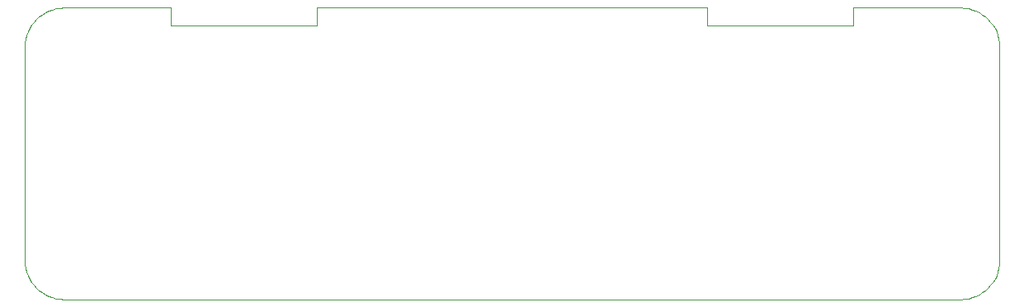
<source format=gbr>
G04 #@! TF.GenerationSoftware,KiCad,Pcbnew,5.1.4-e60b266~84~ubuntu19.04.1*
G04 #@! TF.CreationDate,2019-09-15T17:47:07+02:00*
G04 #@! TF.ProjectId,kicad,6b696361-642e-46b6-9963-61645f706362,rev?*
G04 #@! TF.SameCoordinates,Original*
G04 #@! TF.FileFunction,Profile,NP*
%FSLAX46Y46*%
G04 Gerber Fmt 4.6, Leading zero omitted, Abs format (unit mm)*
G04 Created by KiCad (PCBNEW 5.1.4-e60b266~84~ubuntu19.04.1) date 2019-09-15 17:47:07*
%MOMM*%
%LPD*%
G04 APERTURE LIST*
%ADD10C,0.100000*%
G04 APERTURE END LIST*
D10*
X116499999Y-50477394D02*
X24499993Y-50477394D01*
X24499993Y-50477394D02*
X24089887Y-50456818D01*
X24089887Y-50456818D02*
X23691886Y-50396410D01*
X23691886Y-50396410D02*
X23307970Y-50298150D01*
X23307970Y-50298150D02*
X22940122Y-50164019D01*
X22940122Y-50164019D02*
X22590319Y-49995998D01*
X22590319Y-49995998D02*
X22260545Y-49796067D01*
X22260545Y-49796067D02*
X21952778Y-49566205D01*
X21952778Y-49566205D02*
X21668999Y-49308395D01*
X21668999Y-49308395D02*
X21411189Y-49024616D01*
X21411189Y-49024616D02*
X21181328Y-48716849D01*
X21181328Y-48716849D02*
X20981396Y-48387074D01*
X20981396Y-48387074D02*
X20813375Y-48037271D01*
X20813375Y-48037271D02*
X20679244Y-47669422D01*
X20679244Y-47669422D02*
X20580985Y-47285506D01*
X20580985Y-47285506D02*
X20520576Y-46887504D01*
X20520576Y-46887504D02*
X20500000Y-46477397D01*
X20500000Y-46477397D02*
X20500000Y-24499998D01*
X20500000Y-24499998D02*
X20520576Y-24089891D01*
X20520576Y-24089891D02*
X20580985Y-23691889D01*
X20580985Y-23691889D02*
X20679244Y-23307973D01*
X20679244Y-23307973D02*
X20813375Y-22940124D01*
X20813375Y-22940124D02*
X20981396Y-22590321D01*
X20981396Y-22590321D02*
X21181328Y-22260546D01*
X21181328Y-22260546D02*
X21411189Y-21952779D01*
X21411189Y-21952779D02*
X21668999Y-21669000D01*
X21668999Y-21669000D02*
X21952778Y-21411190D01*
X21952778Y-21411190D02*
X22260545Y-21181328D01*
X22260545Y-21181328D02*
X22590319Y-20981397D01*
X22590319Y-20981397D02*
X22940122Y-20813376D01*
X22940122Y-20813376D02*
X23307970Y-20679245D01*
X23307970Y-20679245D02*
X23691886Y-20580985D01*
X23691886Y-20580985D02*
X24089887Y-20520577D01*
X24089887Y-20520577D02*
X24499993Y-20500001D01*
X24499993Y-20500001D02*
X34504508Y-20500001D01*
X34504508Y-20500001D02*
X35499998Y-20500001D01*
X35499998Y-20500001D02*
X35499998Y-20500001D01*
X35499998Y-20500001D02*
X35499998Y-21400002D01*
X35499998Y-21400002D02*
X35499998Y-22300004D01*
X35499998Y-22300004D02*
X36488883Y-22300004D01*
X36488883Y-22300004D02*
X49495905Y-22300001D01*
X49495905Y-22300001D02*
X50499999Y-22300001D01*
X50499999Y-22300001D02*
X50499999Y-21399999D01*
X50499999Y-21399999D02*
X50499999Y-20499998D01*
X50499999Y-20499998D02*
X90499999Y-20500001D01*
X90499999Y-20500001D02*
X90499999Y-21400002D01*
X90499999Y-21400002D02*
X90499999Y-22300004D01*
X90499999Y-22300004D02*
X91499859Y-22300004D01*
X91499859Y-22300004D02*
X104495069Y-22300004D01*
X104495069Y-22300004D02*
X105499999Y-22300004D01*
X105499999Y-22300004D02*
X105499999Y-21400002D01*
X105499999Y-21400002D02*
X105499999Y-20500001D01*
X105499999Y-20500001D02*
X106497159Y-20500001D01*
X106497159Y-20500001D02*
X116499999Y-20500001D01*
X116499999Y-20500001D02*
X116910106Y-20520577D01*
X116910106Y-20520577D02*
X117308108Y-20580985D01*
X117308108Y-20580985D02*
X117692024Y-20679245D01*
X117692024Y-20679245D02*
X118059874Y-20813376D01*
X118059874Y-20813376D02*
X118409677Y-20981397D01*
X118409677Y-20981397D02*
X118739452Y-21181328D01*
X118739452Y-21181328D02*
X119047220Y-21411190D01*
X119047220Y-21411190D02*
X119330999Y-21669000D01*
X119330999Y-21669000D02*
X119588810Y-21952779D01*
X119588810Y-21952779D02*
X119818671Y-22260546D01*
X119818671Y-22260546D02*
X120018603Y-22590321D01*
X120018603Y-22590321D02*
X120186624Y-22940124D01*
X120186624Y-22940124D02*
X120320755Y-23307973D01*
X120320755Y-23307973D02*
X120419015Y-23691889D01*
X120419015Y-23691889D02*
X120479423Y-24089891D01*
X120479423Y-24089891D02*
X120499999Y-24499998D01*
X120499999Y-24499998D02*
X120499999Y-46477397D01*
X120499999Y-46477397D02*
X120479423Y-46887504D01*
X120479423Y-46887504D02*
X120419015Y-47285506D01*
X120419015Y-47285506D02*
X120320755Y-47669422D01*
X120320755Y-47669422D02*
X120186624Y-48037271D01*
X120186624Y-48037271D02*
X120018603Y-48387074D01*
X120018603Y-48387074D02*
X119818671Y-48716849D01*
X119818671Y-48716849D02*
X119588810Y-49024616D01*
X119588810Y-49024616D02*
X119330999Y-49308395D01*
X119330999Y-49308395D02*
X119047220Y-49566205D01*
X119047220Y-49566205D02*
X118739452Y-49796067D01*
X118739452Y-49796067D02*
X118409677Y-49995998D01*
X118409677Y-49995998D02*
X118059874Y-50164019D01*
X118059874Y-50164019D02*
X117692024Y-50298150D01*
X117692024Y-50298150D02*
X117308108Y-50396410D01*
X117308108Y-50396410D02*
X116910106Y-50456818D01*
X116910106Y-50456818D02*
X116499999Y-50477394D01*
X116499999Y-50477394D02*
X116499999Y-50477394D01*
X116499999Y-50477394D02*
X116499999Y-50477394D01*
M02*

</source>
